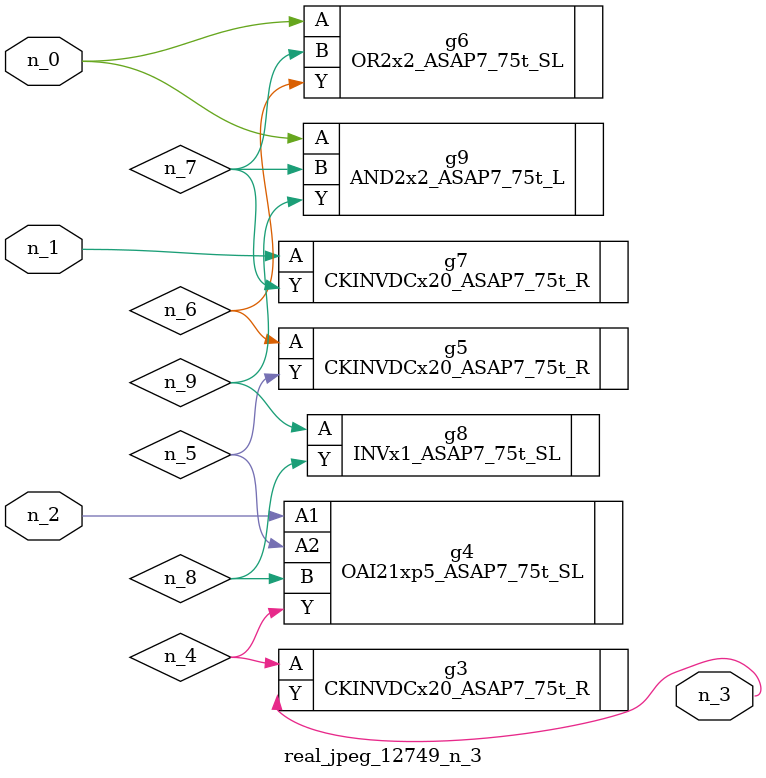
<source format=v>
module real_jpeg_12749_n_3 (n_1, n_0, n_2, n_3);

input n_1;
input n_0;
input n_2;

output n_3;

wire n_5;
wire n_8;
wire n_4;
wire n_6;
wire n_7;
wire n_9;

OR2x2_ASAP7_75t_SL g6 ( 
.A(n_0),
.B(n_7),
.Y(n_6)
);

AND2x2_ASAP7_75t_L g9 ( 
.A(n_0),
.B(n_7),
.Y(n_9)
);

CKINVDCx20_ASAP7_75t_R g7 ( 
.A(n_1),
.Y(n_7)
);

OAI21xp5_ASAP7_75t_SL g4 ( 
.A1(n_2),
.A2(n_5),
.B(n_8),
.Y(n_4)
);

CKINVDCx20_ASAP7_75t_R g3 ( 
.A(n_4),
.Y(n_3)
);

CKINVDCx20_ASAP7_75t_R g5 ( 
.A(n_6),
.Y(n_5)
);

INVx1_ASAP7_75t_SL g8 ( 
.A(n_9),
.Y(n_8)
);


endmodule
</source>
